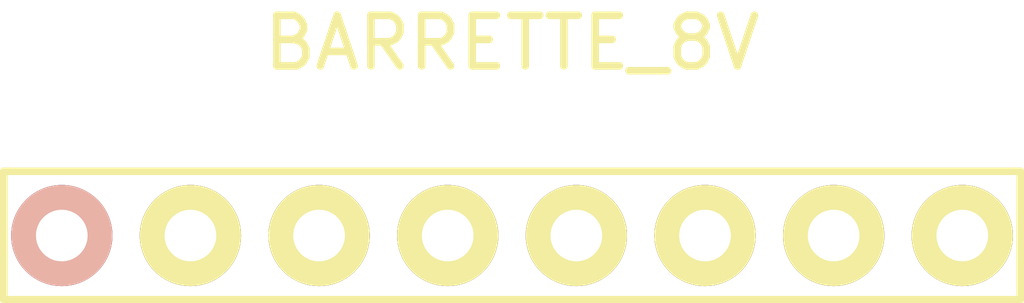
<source format=kicad_pcb>
(kicad_pcb (version 3) (host pcbnew "(2013-07-07 BZR 4022)-stable")

  (general
    (links 0)
    (no_connects 0)
    (area 0 0 0 0)
    (thickness 1.6)
    (drawings 0)
    (tracks 0)
    (zones 0)
    (modules 1)
    (nets 1)
  )

  (page A3)
  (layers
    (15 Dessus.Cu signal)
    (0 Dessous.Cu signal)
    (16 Dessous.Adhes user)
    (17 Dessus.Adhes user)
    (18 Dessous.Pate user)
    (19 Dessus.Pate user)
    (20 Dessous.SilkS user)
    (21 Dessus.SilkS user)
    (22 Dessous.Masque user)
    (23 Dessus.Masque user)
    (24 Dessin.User user)
    (25 Cmts.User user)
    (26 Eco1.User user)
    (27 Eco2.User user)
    (28 Contours.Ci user)
  )

  (setup
    (last_trace_width 0.254)
    (trace_clearance 0.254)
    (zone_clearance 0.508)
    (zone_45_only no)
    (trace_min 0.254)
    (segment_width 0.2)
    (edge_width 0.1)
    (via_size 0.889)
    (via_drill 0.635)
    (via_min_size 0.889)
    (via_min_drill 0.508)
    (uvia_size 0.508)
    (uvia_drill 0.127)
    (uvias_allowed no)
    (uvia_min_size 0.508)
    (uvia_min_drill 0.127)
    (pcb_text_width 0.3)
    (pcb_text_size 1.5 1.5)
    (mod_edge_width 0.15)
    (mod_text_size 1 1)
    (mod_text_width 0.15)
    (pad_size 1.5 1.5)
    (pad_drill 0.6)
    (pad_to_mask_clearance 0)
    (aux_axis_origin 0 0)
    (visible_elements FFFFFFBF)
    (pcbplotparams
      (layerselection 3178497)
      (usegerberextensions true)
      (excludeedgelayer true)
      (linewidth 0.150000)
      (plotframeref false)
      (viasonmask false)
      (mode 1)
      (useauxorigin false)
      (hpglpennumber 1)
      (hpglpenspeed 20)
      (hpglpendiameter 15)
      (hpglpenoverlay 2)
      (psnegative false)
      (psa4output false)
      (plotreference true)
      (plotvalue true)
      (plotothertext true)
      (plotinvisibletext false)
      (padsonsilk false)
      (subtractmaskfromsilk false)
      (outputformat 1)
      (mirror false)
      (drillshape 1)
      (scaleselection 1)
      (outputdirectory ""))
  )

  (net 0 "")

  (net_class Default "Ceci est la Netclass par défaut"
    (clearance 0.254)
    (trace_width 0.254)
    (via_dia 0.889)
    (via_drill 0.635)
    (uvia_dia 0.508)
    (uvia_drill 0.127)
    (add_net "")
  )

  (module BARRETTE_8V (layer Dessus.Cu) (tedit 538DF3DF) (tstamp 538F52FD)
    (at 0 0)
    (fp_text reference BARRETTE_8V (at 0 -3.81) (layer Dessus.SilkS)
      (effects (font (size 1 1) (thickness 0.15)))
    )
    (fp_text value VAL** (at 0 -2.54) (layer Dessus.SilkS) hide
      (effects (font (size 1 1) (thickness 0.15)))
    )
    (fp_line (start -10.035 -1.27) (end -10.035 1.27) (layer Dessus.SilkS) (width 0.15))
    (fp_line (start 10.035 -1.27) (end 10.035 1.27) (layer Dessus.SilkS) (width 0.15))
    (fp_line (start 10.035 -1.27) (end -10.035 -1.27) (layer Dessus.SilkS) (width 0.15))
    (fp_line (start -10.035 1.27) (end 10.035 1.27) (layer Dessus.SilkS) (width 0.15))
    (pad 1 thru_hole circle (at -8.89 0) (size 2 2) (drill 1.02)
      (layers *.Mask Dessous.Cu Dessous.SilkS)
    )
    (pad 2 thru_hole circle (at -6.35 0) (size 2 2) (drill 1.02)
      (layers *.Mask Dessous.Cu Dessus.SilkS)
    )
    (pad 3 thru_hole circle (at -3.81 0) (size 2 2) (drill 1.02)
      (layers *.Mask Dessous.Cu Dessus.SilkS)
    )
    (pad 4 thru_hole circle (at -1.27 0) (size 2 2) (drill 1.02)
      (layers *.Mask Dessous.Cu Dessus.SilkS)
    )
    (pad 5 thru_hole circle (at 1.27 0) (size 2 2) (drill 1.02)
      (layers *.Mask Dessous.Cu Dessus.SilkS)
    )
    (pad 6 thru_hole circle (at 3.81 0) (size 2 2) (drill 1.02)
      (layers *.Mask Dessous.Cu Dessus.SilkS)
    )
    (pad 7 thru_hole circle (at 6.35 0) (size 2 2) (drill 1.02)
      (layers *.Mask Dessous.Cu Dessus.SilkS)
    )
    (pad 8 thru_hole circle (at 8.89 0) (size 2 2) (drill 1.02)
      (layers *.Mask Dessous.Cu Dessus.SilkS)
    )
  )

)

</source>
